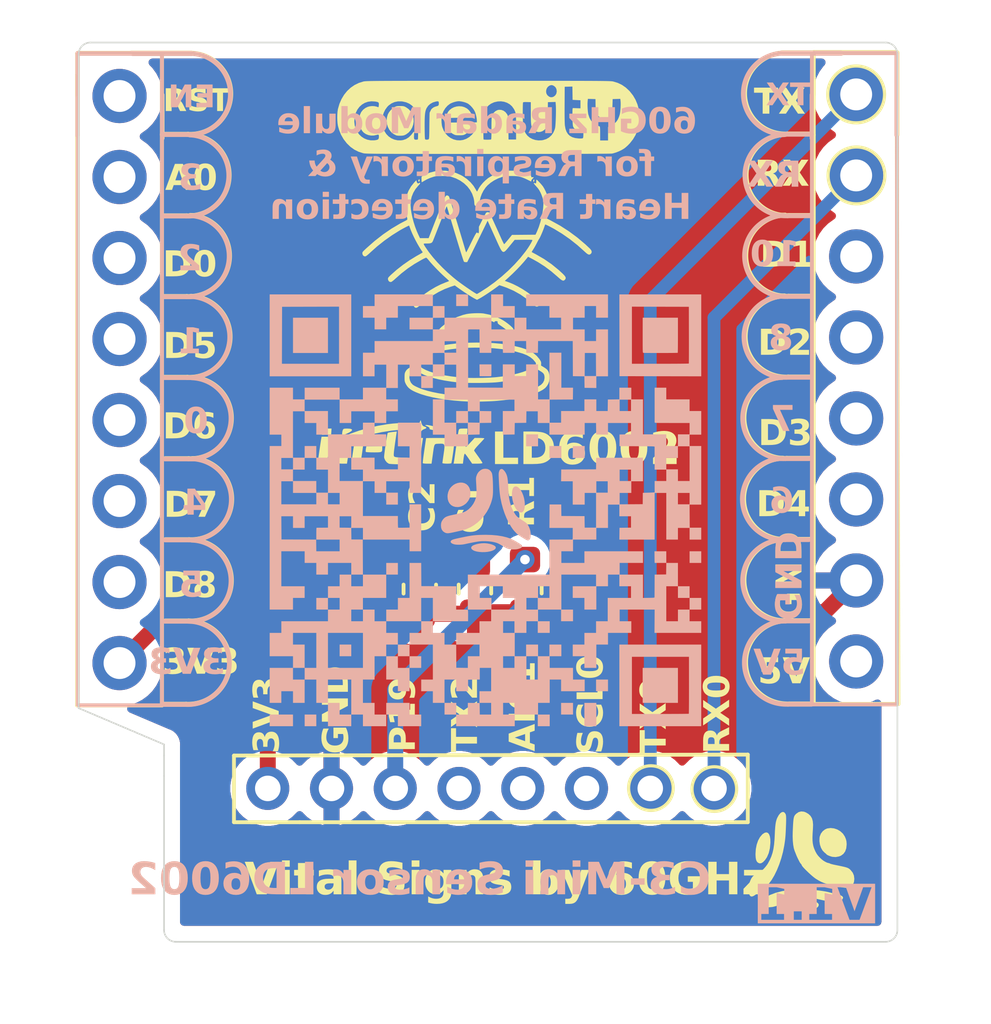
<source format=kicad_pcb>
(kicad_pcb (version 20241229) (generator "pcbnew") (generator_version "9.0")
  (layers (0 "F.Cu" signal) (2 "B.Cu" signal) (13 "F.Paste" user) (15 "B.Paste" user) (5 "F.SilkS" user "F.Silkscreen") (7 "B.SilkS" user "B.Silkscreen") (1 "F.Mask" user) (3 "B.Mask" user) (25 "Edge.Cuts" user))
  (net 0 "")
  (net 8 "3V3")
  (net 13 "GND")
  (net 14 "TX")
  (net 16 "RX")
  (net 20 "Net-(J3-Pin_3)")
  (footprint "Connector_PinHeader_2.54mm:PinHeader_1x08_P2.54mm_Vertical" (layer "F.Cu") (at 156.38 81.16)
    (property "Reference" "J2" (hide yes))
    (property "Value" "Conn_01x08_Pin" (hide yes))
    (pad "1" thru_hole circle (at 0 0) (size 1.7 1.7) (drill 1) (layers "*.Cu" "*.Mask") (net 14 "TX"))
    (pad "2" thru_hole oval (at 0 2.54) (size 1.7 1.7) (drill 1) (layers "*.Cu" "*.Mask") (net 16 "RX"))
    (pad "3" thru_hole oval (at 0 5.08) (size 1.7 1.7) (drill 1) (layers "*.Cu" "*.Mask"))
    (pad "4" thru_hole oval (at 0 7.62) (size 1.7 1.7) (drill 1) (layers "*.Cu" "*.Mask"))
    (pad "5" thru_hole oval (at 0 10.16) (size 1.7 1.7) (drill 1) (layers "*.Cu" "*.Mask"))
    (pad "6" thru_hole oval (at 0 12.7) (size 1.7 1.7) (drill 1) (layers "*.Cu" "*.Mask"))
    (pad "7" thru_hole oval (at 0 15.24) (size 1.7 1.7) (drill 1) (layers "*.Cu" "*.Mask") (net 13 "GND"))
    (pad "8" thru_hole oval (at 0 17.78) (size 1.7 1.7) (drill 1) (layers "*.Cu" "*.Mask"))
  )
  (footprint "Connector_PinHeader_2.00mm:PinHeader_1x08_P2.00mm_Vertical" (layer "F.Cu") (at 137.92 102.92 90)
    (property "Reference" "J3" (hide yes))
    (property "Value" "Conn_01x08_Pin" (hide yes))
    (pad "1" thru_hole circle (at 0 0 90) (size 1.35 1.35) (drill 0.8) (layers "*.Cu" "*.Mask") (net 8 "3V3"))
    (pad "2" thru_hole oval (at 0 2 90) (size 1.35 1.35) (drill 0.8) (layers "*.Cu" "*.Mask") (net 13 "GND"))
    (pad "3" thru_hole oval (at 0 4 90) (size 1.35 1.35) (drill 0.8) (layers "*.Cu" "*.Mask") (net 20 "Net-(J3-Pin_3)"))
    (pad "4" thru_hole oval (at 0 6 90) (size 1.35 1.35) (drill 0.8) (layers "*.Cu" "*.Mask"))
    (pad "5" thru_hole oval (at 0 8 90) (size 1.35 1.35) (drill 0.8) (layers "*.Cu" "*.Mask"))
    (pad "6" thru_hole oval (at 0 10 90) (size 1.35 1.35) (drill 0.8) (layers "*.Cu" "*.Mask"))
    (pad "7" thru_hole oval (at 0 12 90) (size 1.35 1.35) (drill 0.8) (layers "*.Cu" "*.Mask") (net 14 "TX"))
    (pad "8" thru_hole oval (at 0 14 90) (size 1.35 1.35) (drill 0.8) (layers "*.Cu" "*.Mask") (net 16 "RX"))
  )
  (footprint "Connector_PinHeader_2.54mm:PinHeader_1x08_P2.54mm_Vertical" (layer "F.Cu") (at 133.27 81.21)
    (property "Reference" "J1" (hide yes))
    (property "Value" "Conn_01x08_Pin" (hide yes))
    (pad "1" thru_hole circle (at 0 0) (size 1.7 1.7) (drill 1) (layers "*.Cu" "*.Mask"))
    (pad "2" thru_hole oval (at 0 2.54) (size 1.7 1.7) (drill 1) (layers "*.Cu" "*.Mask"))
    (pad "3" thru_hole oval (at 0 5.08) (size 1.7 1.7) (drill 1) (layers "*.Cu" "*.Mask"))
    (pad "4" thru_hole oval (at 0 7.62) (size 1.7 1.7) (drill 1) (layers "*.Cu" "*.Mask"))
    (pad "5" thru_hole oval (at 0 10.16) (size 1.7 1.7) (drill 1) (layers "*.Cu" "*.Mask"))
    (pad "6" thru_hole oval (at 0 12.7) (size 1.7 1.7) (drill 1) (layers "*.Cu" "*.Mask"))
    (pad "7" thru_hole oval (at 0 15.24) (size 1.7 1.7) (drill 1) (layers "*.Cu" "*.Mask"))
    (pad "8" thru_hole oval (at 0 17.78) (size 1.7 1.7) (drill 1) (layers "*.Cu" "*.Mask") (net 8 "3V3"))
  )
  (footprint "Capacitor_SMD:C_0603_1608Metric" (layer "F.Cu") (at 144.42 96.67 90)
    (property "Reference" "C1" (at 2.535 -0.08 90) (layer "F.SilkS") (effects (font (size 0.8 0.8) (thickness 0.15) (bold yes))))
    (property "Value" "100nF" (hide yes))
    (pad "1" smd roundrect (at -0.775 0 90) (size 0.9 0.95) (layers "F.Cu" "F.Mask" "F.Paste") (net 13 "GND"))
    (pad "2" smd roundrect (at 0.775 0 90) (size 0.9 0.95) (layers "F.Cu" "F.Mask" "F.Paste") (net 8 "3V3"))
  )
  (footprint "Hilink0:Hilink" (layer "F.Cu") (at 142.17 92.05)
    (property "Reference" "G***" (hide yes))
    (property "Value" "LOGO" (hide yes))
  )
  (footprint "Resistor_SMD:R_0603_1608Metric" (layer "F.Cu") (at 145.99 96.57 -90)
    (property "Reference" "R1" (at -2.645 0.05 90) (layer "F.SilkS") (effects (font (size 0.8 0.8) (thickness 0.16) (bold yes))))
    (property "Value" "2k" (hide yes))
    (pad "1" smd roundrect (at -0.825 0 270) (size 0.8 0.95) (layers "F.Cu" "F.Mask" "F.Paste") (net 20 "Net-(J3-Pin_3)"))
    (pad "2" smd roundrect (at 0.825 0 270) (size 0.8 0.95) (layers "F.Cu" "F.Mask" "F.Paste") (net 13 "GND"))
  )
  (footprint "Final Top:Final top" (layer "F.Cu") (at 144.856115 81.88029)
    (property "Reference" "G***" (hide yes))
    (property "Value" "LOGO" (hide yes))
  )
  (footprint "heartbeart1:heartbeat" (layer "F.Cu") (at 144.4 87.31)
    (property "Reference" "G***" (hide yes))
    (property "Value" "LOGO" (hide yes))
  )
  (footprint "Capacitor_SMD:C_0603_1608Metric" (layer "F.Cu") (at 142.69 96.67 90)
    (property "Reference" "C2" (at 2.585 0.13 90) (layer "F.SilkS") (effects (font (size 0.8 0.8) (thickness 0.16) (bold yes))))
    (property "Value" "4.7uF" (hide yes))
    (pad "1" smd roundrect (at -0.775 0 90) (size 0.9 0.95) (layers "F.Cu" "F.Mask" "F.Paste") (net 13 "GND"))
    (pad "2" smd roundrect (at 0.775 0 90) (size 0.9 0.95) (layers "F.Cu" "F.Mask" "F.Paste") (net 8 "3V3"))
  )
  (footprint "small good badge:small badge" (layer "F.Cu") (at 154.596355 105.167393)
    (property "Reference" "G***" (hide yes))
    (property "Value" "LOGO" (hide yes))
  )
  (footprint "BottomQR code:BottomQr" (layer "B.Cu") (at 144.75 94.2 180)
    (property "Reference" "G***" (hide yes))
    (property "Value" "LOGO" (hide yes))
  )
  (gr_arc (start 154.2 92.570001) (mid 152.867834 91.353903) (end 154.09 90.027301) (stroke (width 0.15)) (layer "F.SilkS"))
  (gr_arc (start 154.19 95.110001) (mid 152.857834 93.893903) (end 154.08 92.567301) (stroke (width 0.15)) (layer "F.SilkS"))
  (gr_arc (start 154.24 90.020001) (mid 152.907834 88.803903) (end 154.13 87.477301) (stroke (width 0.15)) (layer "F.SilkS"))
  (gr_arc (start 135.56 92.577301) (mid 136.782166 93.903903) (end 135.45 95.120001) (stroke (width 0.15)) (layer "F.SilkS"))
  (gr_line (start 135.44 92.58) (end 134.7 92.58) (stroke (width 0.15)) (layer "F.SilkS"))
  (gr_line (start 135.36 100.28) (end 134.62 100.28) (stroke (width 0.15)) (layer "F.SilkS"))
  (gr_circle (center 149.94 102.91) (end 150.64 102.91) (stroke (width 0.1)) (fill no) (layer "F.SilkS"))
  (gr_arc (start 135.55 90.037301) (mid 136.772166 91.363903) (end 135.44 92.580001) (stroke (width 0.15)) (layer "F.SilkS"))
  (gr_line (start 155.02 81.16) (end 155.02 82.53) (stroke (width 0.12)) (layer "F.SilkS"))
  (gr_arc (start 154.27 84.9554) (mid 152.937834 83.739302) (end 154.16 82.4127) (stroke (width 0.15)) (layer "F.SilkS"))
  (gr_line (start 154.28 100.27) (end 155.02 100.27) (stroke (width 0.15)) (layer "F.SilkS"))
  (gr_circle (center 151.93 102.94) (end 152.63 102.94) (stroke (width 0.1)) (fill no) (layer "F.SilkS"))
  (gr_arc (start 154.2 97.660001) (mid 152.867834 96.443903) (end 154.09 95.117301) (stroke (width 0.15)) (layer "F.SilkS"))
  (gr_line (start 135.44 97.67) (end 134.7 97.67) (stroke (width 0.15)) (layer "F.SilkS"))
  (gr_line (start 135.420006 82.41) (end 134.62 82.41) (stroke (width 0.15)) (layer "F.SilkS"))
  (gr_line (start 154.19 95.11) (end 154.93 95.11) (stroke (width 0.15)) (layer "F.SilkS"))
  (gr_arc (start 135.53 79.8673) (mid 136.752166 81.193902) (end 135.42 82.41) (stroke (width 0.15)) (layer "F.SilkS"))
  (gr_line (start 131.96 82.44) (end 131.96 79.8546) (stroke (width 0.12)) (layer "F.SilkS"))
  (gr_rect (start 133.69 79.8546) (end 135.53 79.88) (stroke (width 0.133)) (fill no) (layer "F.SilkS"))
  (gr_line (start 154.2 92.57) (end 154.94 92.57) (stroke (width 0.15)) (layer "F.SilkS"))
  (gr_arc (start 135.491615 84.952699) (mid 136.713781 86.279301) (end 135.381615 87.495399) (stroke (width 0.15)) (layer "F.SilkS"))
  (gr_line (start 135.381615 87.495398) (end 134.641615 87.495398) (stroke (width 0.15)) (layer "F.SilkS"))
  (gr_line (start 157.68 82.43) (end 157.68 79.8446) (stroke (width 0.12)) (layer "F.SilkS"))
  (gr_circle (center 156.39 83.7) (end 157.02 84.33) (stroke (width 0.1)) (fill no) (layer "F.SilkS"))
  (gr_line (start 154.258385 87.485398) (end 154.998385 87.485398) (stroke (width 0.15)) (layer "F.SilkS"))
  (gr_line (start 135.4 90.03) (end 134.66 90.03) (stroke (width 0.15)) (layer "F.SilkS"))
  (gr_arc (start 154.258385 87.485399) (mid 152.926219 86.269301) (end 154.148385 84.942699) (stroke (width 0.15)) (layer "F.SilkS"))
  (gr_arc (start 135.48 82.4227) (mid 136.702166 83.749302) (end 135.37 84.9654) (stroke (width 0.15)) (layer "F.SilkS"))
  (gr_line (start 154.219994 82.4) (end 155.02 82.4) (stroke (width 0.15)) (layer "F.SilkS"))
  (gr_line (start 154.24 90.02) (end 154.98 90.02) (stroke (width 0.15)) (layer "F.SilkS"))
  (gr_arc (start 154.28 100.270001) (mid 152.912319 99.000743) (end 154.21 97.66) (stroke (width 0.15)) (layer "F.SilkS"))
  (gr_line (start 133.69 79.8546) (end 131.98 79.8546) (stroke (width 0.12)) (layer "F.SilkS"))
  (gr_line (start 154.2 97.66) (end 154.94 97.66) (stroke (width 0.15)) (layer "F.SilkS"))
  (gr_line (start 134.62 81.17) (end 134.62 82.54) (stroke (width 0.12)) (layer "F.SilkS"))
  (gr_line (start 135.45 95.12) (end 134.71 95.12) (stroke (width 0.15)) (layer "F.SilkS"))
  (gr_arc (start 135.55 95.127301) (mid 136.772166 96.453903) (end 135.44 97.670001) (stroke (width 0.15)) (layer "F.SilkS"))
  (gr_circle (center 156.379045 81.16) (end 157.009045 81.79) (stroke (width 0.1)) (fill no) (layer "F.SilkS"))
  (gr_arc (start 135.51 87.487301) (mid 136.732166 88.813903) (end 135.4 90.030001) (stroke (width 0.15)) (layer "F.SilkS"))
  (gr_arc (start 154.22 82.4) (mid 152.887834 81.183902) (end 154.11 79.8573) (stroke (width 0.15)) (layer "F.SilkS"))
  (gr_line (start 154.27 84.955399) (end 155.01 84.955399) (stroke (width 0.15)) (layer "F.SilkS"))
  (gr_rect (start 154.11 79.8446) (end 155.95 79.87) (stroke (width 0.133)) (fill no) (layer "F.SilkS"))
  (gr_line (start 155.95 79.8446) (end 157.66 79.8446) (stroke (width 0.12)) (layer "F.SilkS"))
  (gr_line (start 135.37 84.965399) (end 134.63 84.965399) (stroke (width 0.15)) (layer "F.SilkS"))
  (gr_arc (start 135.43 97.67) (mid 136.727681 99.010743) (end 135.36 100.280001) (stroke (width 0.15)) (layer "F.SilkS"))
  (gr_line (start 154.23 84.965399) (end 154.97 84.965399) (stroke (width 0.15)) (layer "B.SilkS"))
  (gr_line (start 154.15 95.12) (end 154.89 95.12) (stroke (width 0.15)) (layer "B.SilkS"))
  (gr_line (start 135.369449 87.504195) (end 134.629449 87.504195) (stroke (width 0.15)) (layer "B.SilkS"))
  (gr_line (start 154.218385 87.495398) (end 154.958385 87.495398) (stroke (width 0.15)) (layer "B.SilkS"))
  (gr_arc (start 135.479449 84.961496) (mid 136.701664 86.288101) (end 135.369449 87.504196) (stroke (width 0.15)) (layer "B.SilkS"))
  (gr_line (start 135.357834 84.974196) (end 134.617834 84.974196) (stroke (width 0.15)) (layer "B.SilkS"))
  (gr_line (start 155.91 79.8546) (end 157.62 79.8546) (stroke (width 0.12)) (layer "B.SilkS"))
  (gr_arc (start 154.15 95.120001) (mid 152.817834 93.903903) (end 154.04 92.577301) (stroke (width 0.15)) (layer "B.SilkS"))
  (gr_line (start 154.2 90.03) (end 154.94 90.03) (stroke (width 0.15)) (layer "B.SilkS"))
  (gr_rect (start 133.677834 79.863397) (end 135.517834 79.888797) (stroke (width 0.133)) (fill no) (layer "B.SilkS"))
  (gr_line (start 135.387834 90.038797) (end 134.647834 90.038797) (stroke (width 0.15)) (layer "B.SilkS"))
  (gr_arc (start 135.497834 87.496098) (mid 136.719966 88.822701) (end 135.387834 90.038798) (stroke (width 0.15)) (layer "B.SilkS"))
  (gr_rect (start 131.96 79.8873) (end 134.6 100.3127) (stroke (width 0.12)) (fill no) (layer "B.SilkS"))
  (gr_arc (start 135.517834 79.876097) (mid 136.739967 81.202701) (end 135.407834 82.418797) (stroke (width 0.15)) (layer "B.SilkS"))
  (gr_line (start 154.16 97.67) (end 154.9 97.67) (stroke (width 0.15)) (layer "B.SilkS"))
  (gr_arc (start 154.18 82.41) (mid 152.847834 81.193902) (end 154.07 79.8673) (stroke (width 0.15)) (layer "B.SilkS"))
  (gr_arc (start 154.2 90.030001) (mid 152.867834 88.813903) (end 154.09 87.487301) (stroke (width 0.15)) (layer "B.SilkS"))
  (gr_arc (start 154.23 84.9654) (mid 152.897834 83.749302) (end 154.12 82.4227) (stroke (width 0.15)) (layer "B.SilkS"))
  (gr_line (start 157.64 82.44) (end 157.64 79.8546) (stroke (width 0.12)) (layer "B.SilkS"))
  (gr_line (start 154.16 92.58) (end 154.9 92.58) (stroke (width 0.15)) (layer "B.SilkS"))
  (gr_line (start 135.347834 100.288797) (end 134.607834 100.288797) (stroke (width 0.15)) (layer "B.SilkS"))
  (gr_arc (start 135.537834 90.046098) (mid 136.759966 91.372701) (end 135.427834 92.588798) (stroke (width 0.15)) (layer "B.SilkS"))
  (gr_arc (start 154.16 97.670001) (mid 152.827834 96.453903) (end 154.05 95.127301) (stroke (width 0.15)) (layer "B.SilkS"))
  (gr_arc (start 135.467834 82.431497) (mid 136.689967 83.758101) (end 135.357834 84.974197) (stroke (width 0.15)) (layer "B.SilkS"))
  (gr_arc (start 135.547834 92.586098) (mid 136.769966 93.912701) (end 135.437834 95.128798) (stroke (width 0.15)) (layer "B.SilkS"))
  (gr_line (start 135.40784 82.418797) (end 134.607834 82.418797) (stroke (width 0.15)) (layer "B.SilkS"))
  (gr_line (start 154.98 81.17) (end 154.98 82.54) (stroke (width 0.12)) (layer "B.SilkS"))
  (gr_line (start 134.607834 81.178797) (end 134.607834 82.548797) (stroke (width 0.12)) (layer "B.SilkS"))
  (gr_line (start 135.427834 92.588797) (end 134.687834 92.588797) (stroke (width 0.15)) (layer "B.SilkS"))
  (gr_arc (start 154.24 100.280001) (mid 152.872319 99.010743) (end 154.17 97.67) (stroke (width 0.15)) (layer "B.SilkS"))
  (gr_line (start 133.677834 79.863397) (end 131.967834 79.863397) (stroke (width 0.12)) (layer "B.SilkS"))
  (gr_line (start 131.947834 82.448797) (end 131.947834 79.863397) (stroke (width 0.12)) (layer "B.SilkS"))
  (gr_arc (start 135.417834 97.678797) (mid 136.715456 99.019506) (end 135.347834 100.288798) (stroke (width 0.15)) (layer "B.SilkS"))
  (gr_rect (start 154.07 79.8546) (end 155.91 79.88) (stroke (width 0.133)) (fill no) (layer "B.SilkS"))
  (gr_line (start 135.437834 95.128797) (end 134.697834 95.128797) (stroke (width 0.15)) (layer "B.SilkS"))
  (gr_arc (start 154.16 92.580001) (mid 152.827834 91.363903) (end 154.05 90.037301) (stroke (width 0.15)) (layer "B.SilkS"))
  (gr_line (start 154.24 100.28) (end 154.98 100.28) (stroke (width 0.15)) (layer "B.SilkS"))
  (gr_arc (start 135.537834 95.136098) (mid 136.759966 96.462701) (end 135.427834 97.678798) (stroke (width 0.15)) (layer "B.SilkS"))
  (gr_line (start 135.427834 97.678797) (end 134.687834 97.678797) (stroke (width 0.15)) (layer "B.SilkS"))
  (gr_arc (start 154.218385 87.495399) (mid 152.886219 86.279301) (end 154.108385 84.952699) (stroke (width 0.15)) (layer "B.SilkS"))
  (gr_line (start 154.179994 82.41) (end 154.98 82.41) (stroke (width 0.15)) (layer "B.SilkS"))
  (gr_rect (start 154.99 79.8673) (end 157.659997 100.287301) (stroke (width 0.12)) (fill no) (layer "B.SilkS"))
  (gr_line (start 157.303358 79.53325) (end 132.356618 79.53325) (stroke (width 0.05)) (layer "Edge.Cuts"))
  (gr_arc (start 157.673358 107.35999) (mid 157.56497 107.621602) (end 157.303358 107.72999) (stroke (width 0.05)) (layer "Edge.Cuts"))
  (gr_arc (start 131.986618 79.90325) (mid 132.094991 79.641623) (end 132.356618 79.53325) (stroke (width 0.05)) (layer "Edge.Cuts"))
  (gr_line (start 134.666608 102.530163) (end 134.666608 101.88162) (stroke (width 0.05)) (layer "Edge.Cuts"))
  (gr_line (start 134.666608 101.54162) (end 131.984988 100.40162) (stroke (width 0.05)) (layer "Edge.Cuts"))
  (gr_arc (start 157.303358 79.53325) (mid 157.565 79.641608) (end 157.673358 79.90325) (stroke (width 0.05)) (layer "Edge.Cuts"))
  (gr_line (start 134.666608 107.359967) (end 134.666608 102.530163) (stroke (width 0.05)) (layer "Edge.Cuts"))
  (gr_line (start 134.666608 101.88162) (end 134.666608 101.54162) (stroke (width 0.05)) (layer "Edge.Cuts"))
  (gr_line (start 131.986618 79.90325) (end 131.986618 99.84162) (stroke (width 0.05)) (layer "Edge.Cuts"))
  (gr_line (start 157.673358 107.35999) (end 157.673358 79.90325) (stroke (width 0.05)) (layer "Edge.Cuts"))
  (gr_arc (start 135.036641 107.73) (mid 134.775006 107.621602) (end 134.666608 107.359967) (stroke (width 0.05)) (layer "Edge.Cuts"))
  (gr_line (start 131.986618 99.84162) (end 131.984988 100.40162) (stroke (width 0.05)) (layer "Edge.Cuts"))
  (gr_line (start 135.036641 107.73) (end 157.303358 107.73) (stroke (width 0.05)) (layer "Edge.Cuts"))
  (gr_text "D2" (at 153.29 89.46 0) (layer "F.SilkS") (effects (font (size 0.8 0.8) (thickness 0.125) (bold yes)) (justify left bottom)))
  (gr_text "AI01" (at 146.43 101.76 90) (layer "F.SilkS") (effects (font (size 0.8 0.8) (thickness 0.125) (bold yes)) (justify left bottom)))
  (gr_text "P19" (at 142.67 101.79 90) (layer "F.SilkS") (effects (font (size 0.8 0.8) (thickness 0.125) (bold yes)) (justify left bottom)))
  (gr_text "GND" (at 154.8 97.65 90) (layer "F.SilkS") (effects (font (size 0.8 0.8) (thickness 0.125) (bold yes)) (justify left bottom)))
  (gr_text "3V3" (at 134.61 99.46 0) (layer "F.SilkS") (effects (font (size 0.8 0.8) (thickness 0.125) (bold yes)) (justify left bottom)))
  (gr_text "RST" (at 134.63 81.8 0) (layer "F.SilkS") (effects (font (size 0.7 0.7) (thickness 0.125) (bold yes)) (justify left bottom)))
  (gr_text "TX2" (at 144.62 101.79 90) (layer "F.SilkS") (effects (font (size 0.8 0.8) (thickness 0.125) (bold yes)) (justify left bottom)))
  (gr_text "SCL0" (at 148.56 101.85 90) (layer "F.SilkS") (effects (font (size 0.8 0.8) (thickness 0.125) (bold yes)) (justify left bottom)))
  (gr_text "LD6002" (at 144.92 92.92 0) (layer "F.SilkS") (effects (font (size 1 1) (thickness 0.125) (bold yes)) (justify left bottom)))
  (gr_text "GND" (at 140.57 101.85 90) (layer "F.SilkS") (effects (font (size 0.8 0.8) (thickness 0.125) (bold yes)) (justify left bottom)))
  (gr_text "TX" (at 153.17 81.9 0) (layer "F.SilkS") (effects (font (size 0.8 0.8) (thickness 0.125) (bold yes)) (justify left bottom)))
  (gr_text "D0" (at 134.62 87 0) (layer "F.SilkS") (effects (font (size 0.8 0.8) (thickness 0.125) (bold yes)) (justify left bottom)))
  (gr_text "D3" (at 153.3 92.29 0) (layer "F.SilkS") (effects (font (size 0.8 0.8) (thickness 0.125) (bold yes)) (justify left bottom)))
  (gr_text "TX0" (at 150.54 101.85 90) (layer "F.SilkS") (effects (font (size 0.8 0.8) (thickness 0.125) (bold yes)) (justify left bottom)))
  (gr_text "3V3" (at 138.4 101.83 90) (layer "F.SilkS") (effects (font (size 0.8 0.8) (thickness 0.125) (bold yes)) (justify left bottom)))
  (gr_text "D1" (at 153.36 86.7 0) (layer "F.SilkS") (effects (font (size 0.8 0.8) (thickness 0.125) (bold yes)) (justify left bottom)))
  (gr_text "A0" (at 134.7 84.29 0) (layer "F.SilkS") (effects (font (size 0.8 0.8) (thickness 0.125) (bold yes)) (justify left bottom)))
  (gr_text "D8" (at 134.62 97.06 0) (layer "F.SilkS") (effects (font (size 0.8 0.8) (thickness 0.125) (bold yes)) (justify left bottom)))
  (gr_text "5V" (at 153.29 99.76 0) (layer "F.SilkS") (effects (font (size 0.8 0.8) (thickness 0.125) (bold yes)) (justify left bottom)))
  (gr_text "D4" (at 153.24 94.52 0) (layer "F.SilkS") (effects (font (size 0.8 0.8) (thickness 0.125) (bold yes)) (justify left bottom)))
  (gr_text "D5" (at 134.63 89.56 0) (layer "F.SilkS") (effects (font (size 0.8 0.8) (thickness 0.125) (bold yes)) (justify left bottom)))
  (gr_text "RX0" (at 152.53 101.84 90) (layer "F.SilkS") (effects (font (size 0.8 0.8) (thickness 0.125) (bold yes)) (justify left bottom)))
  (gr_text "Vital Signs by 60GHz" (at 137.19 106.41 0) (layer "F.SilkS") (effects (font (size 1 1) (thickness 0.125) (bold yes)) (justify left bottom)))
  (gr_text "D7" (at 134.65 94.54 0) (layer "F.SilkS") (effects (font (size 0.8 0.8) (thickness 0.125) (bold yes)) (justify left bottom)))
  (gr_text "RX" (at 153.19 84.16 0) (layer "F.SilkS") (effects (font (size 0.8 0.8) (thickness 0.125) (bold yes)) (justify left bottom)))
  (gr_text "D6" (at 134.62 92.08 0) (layer "F.SilkS") (effects (font (size 0.8 0.8) (thickness 0.125) (bold yes)) (justify left bottom)))
  (gr_text "C3-Mini Sensor LD6002" (at 151.82 106.41 0) (layer "B.SilkS") (effects (font (size 1 1) (thickness 0.125) (bold yes)) (justify left bottom mirror)))
  (gr_text "8" (at 154.407836 89.309301 0) (layer "B.SilkS") (effects (font (size 0.8 0.8) (thickness 0.125) (bold yes)) (justify left bottom mirror)))
  (gr_text "EN" (at 136.28 81.6827 0) (layer "B.SilkS") (effects (font (size 0.7 0.7) (thickness 0.125) (bold yes)) (justify left bottom mirror)))
  (gr_text "3" (at 135.88 84.2827 0) (layer "B.SilkS") (effects (font (size 0.8 0.8) (thickness 0.125) (bold yes)) (justify left bottom mirror)))
  (gr_text "10" (at 154.607836 86.679301 0) (layer "B.SilkS") (effects (font (size 0.8 0.8) (thickness 0.125) (bold yes)) (justify left bottom mirror)))
  (gr_text "3V3" (at 136.59 99.4627 0) (layer "B.SilkS") (effects (font (size 0.8 0.8) (thickness 0.125) (bold yes)) (justify left bottom mirror)))
  (gr_text "4" (at 136.01 94.4727 0) (layer "B.SilkS") (effects (font (size 0.8 0.8) (thickness 0.125) (bold yes)) (justify left bottom mirror)))
  (gr_text "60GHz Radar Module \nfor Respiratory &\nHeart Rate detection" (at 144.6 85.2 0) (layer "B.SilkS") (effects (font (size 0.8 0.8) (thickness 0.125) (bold yes)) (justify bottom mirror)))
  (gr_text "0" (at 136.06 91.9127 0) (layer "B.SilkS") (effects (font (size 0.8 0.8) (thickness 0.125) (bold yes)) (justify left bottom mirror)))
  (gr_text "2" (at 135.86 86.8127 0) (layer "B.SilkS") (effects (font (size 0.8 0.8) (thickness 0.125) (bold yes)) (justify left bottom mirror)))
  (gr_text "TX" (at 154.967836 81.619301 0) (layer "B.SilkS") (effects (font (size 0.7 0.7) (thickness 0.125) (bold yes)) (justify left bottom mirror)))
  (gr_text "5V" (at 154.797836 99.489301 0) (layer "B.SilkS") (effects (font (size 0.8 0.8) (thickness 0.125) (bold yes)) (justify left bottom mirror)))
  (gr_text "V1.1" (at 156.87 107.21 0) (layer "B.SilkS" knockout) (effects (font (size 1 1) (thickness 0.125) (bold yes)) (justify left bottom mirror)))
  (gr_text "7" (at 154.457836 91.849301 0) (layer "B.SilkS") (effects (font (size 0.8 0.8) (thickness 0.125) (bold yes)) (justify left bottom mirror)))
  (gr_text "RX" (at 154.667836 84.189301 0) (layer "B.SilkS") (effects (font (size 0.8 0.8) (thickness 0.125) (bold yes)) (justify left bottom mirror)))
  (gr_text "GND" (at 153.707836 97.659301 270) (layer "B.SilkS") (effects (font (size 0.8 0.8) (thickness 0.125) (bold yes)) (justify left bottom mirror)))
  (gr_text "1" (at 135.89 89.4127 0) (layer "B.SilkS") (effects (font (size 0.8 0.8) (thickness 0.125) (bold yes)) (justify left bottom mirror)))
  (gr_text "6" (at 154.437836 94.409301 0) (layer "B.SilkS") (effects (font (size 0.8 0.8) (thickness 0.125) (bold yes)) (justify left bottom mirror)))
  (gr_text "5" (at 135.91 97.0427 0) (layer "B.SilkS") (effects (font (size 0.8 0.8) (thickness 0.125) (bold yes)) (justify left bottom mirror)))
  (segment (start 137.92 102.92) (end 137.92 100.665) (width 0.5) (layer "F.Cu") (net 8))
  (segment (start 133.27 98.99) (end 136.365 95.895) (width 0.5) (layer "F.Cu") (net 8))
  (segment (start 137.92 100.665) (end 142.69 95.895) (width 0.5) (layer "F.Cu") (net 8))
  (segment (start 142.69 95.895) (end 144.42 95.895) (width 0.5) (layer "F.Cu") (net 8))
  (segment (start 136.365 95.895) (end 142.69 95.895) (width 0.5) (layer "F.Cu") (net 8))
  (segment (start 155.385 97.395) (end 156.38 96.4) (width 0.5) (layer "F.Cu") (net 13))
  (segment (start 144.42 97.445) (end 145.94 97.445) (width 0.5) (layer "F.Cu") (net 13))
  (segment (start 139.92 100.215) (end 142.69 97.445) (width 0.5) (layer "F.Cu") (net 13))
  (segment (start 145.94 97.445) (end 145.99 97.395) (width 0.5) (layer "F.Cu") (net 13))
  (segment (start 139.92 102.92) (end 139.92 100.215) (width 0.5) (layer "F.Cu") (net 13))
  (segment (start 145.99 97.395) (end 155.385 97.395) (width 0.5) (layer "F.Cu") (net 13))
  (segment (start 142.69 97.445) (end 144.42 97.445) (width 0.5) (layer "F.Cu") (net 13))
  (segment (start 149.92 87.62) (end 156.38 81.16) (width 0.4) (layer "B.Cu") (net 14))
  (segment (start 149.92 102.92) (end 149.92 87.62) (width 0.4) (layer "B.Cu") (net 14))
  (segment (start 151.92 88.16) (end 156.38 83.7) (width 0.4) (layer "B.Cu") (net 16))
  (segment (start 151.92 102.92) (end 151.92 88.16) (width 0.4) (layer "B.Cu") (net 16))
  (via (at 145.99 95.745) (size 0.6) (drill 0.3) (layers "F.Cu" "B.Cu") (net 20))
  (segment (start 141.92 99.815) (end 145.99 95.745) (width 0.5) (layer "B.Cu") (net 20))
  (segment (start 141.92 102.92) (end 141.92 99.815) (width 0.5) (layer "B.Cu") (net 20))
  (zone (net 13) (net_name "GND") (layers "F.Cu" "B.Cu") (connect_pads (clearance 0.5)) (min_thickness 0.25) (fill yes (thermal_gap 0.5) (thermal_bridge_width 0.5))
    (polygon (pts (xy 159.62 78.2) (xy 129.52 78.2) (xy 129.52 109.14) (xy 130.69 110.31) (xy 160.01 110.31) (xy 160.63 109.69) (xy 160.63 79.21)))
  )
)
</source>
